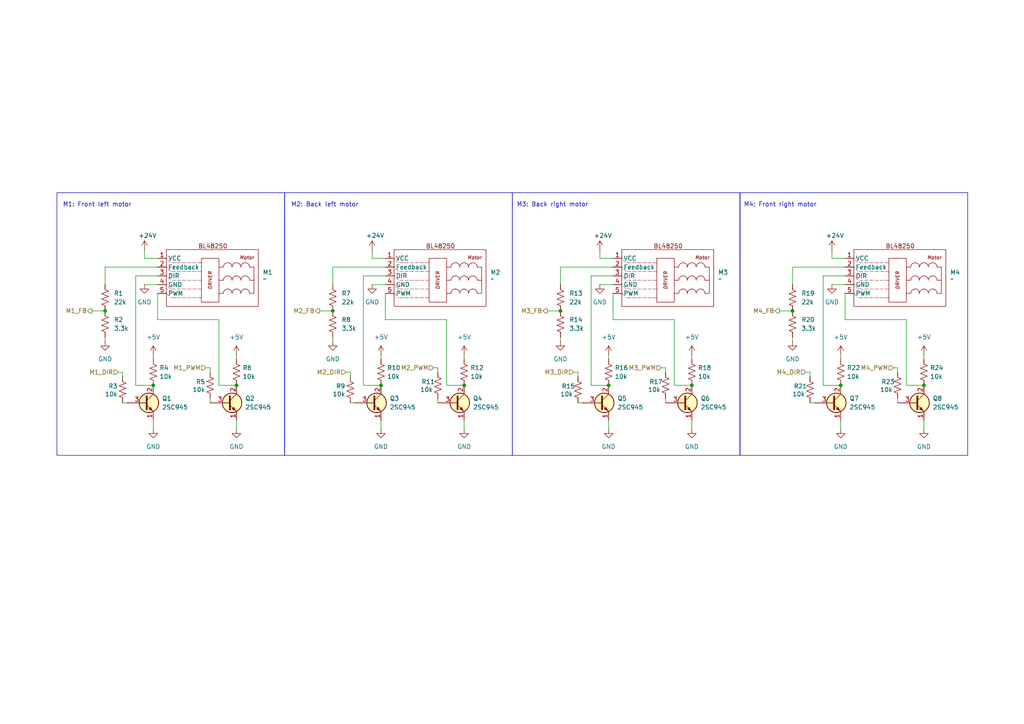
<source format=kicad_sch>
(kicad_sch (version 20250114) (generator "eeschema") (generator_version "9.0")
  (paper "A4")
  (title_block (title "SSL main board") (date "2025-04-28") (rev "V01") (comment 1 "https://creativecommons.org/licenses/by/4.0/") (comment 2 "License: CC BY 4.0 ") (comment 3 "Author: Oxebots Team"))
  (lib_symbols
    (symbol "BL48250:BL48250"
      (property "Reference" "M" (at -11.938 10.922 0))
      (symbol "BL48250_0_1"
        (rectangle (start -12.7 8.89) (end 13.97 -7.62))
        (polyline (pts (xy -12.7 3.81) (xy -12.7 3.81)))
        (polyline (pts (xy -12.7 -3.81) (xy -11.43 -5.08)) (stroke (width 0.1) (type dash)))
        (polyline (pts (xy -11.43 2.54) (xy -12.7 3.81)) (stroke (width 0.1) (type dash)))
        (polyline (pts (xy -11.43 -2.54) (xy -12.7 -1.27)) (stroke (width 0.1) (type dash)))
        (rectangle (start -2.54 6.35) (end 2.54 -6.35))
        (polyline (pts (xy -2.54 5.08) (xy -11.43 5.08) (xy -12.7 6.35)) (stroke (width 0.1) (type dash)))
        (polyline (pts (xy -2.54 2.54) (xy -11.43 2.54)) (stroke (width 0.1) (type dash)))
        (polyline (pts (xy -2.54 0) (xy -11.43 0) (xy -12.7 1.27)) (stroke (width 0.1) (type dash)))
        (polyline (pts (xy -2.54 -2.54) (xy -11.43 -2.54)) (stroke (width 0.1) (type dash)))
        (polyline (pts (xy -2.54 -5.08) (xy -11.43 -5.08)) (stroke (width 0.1) (type dash)))
        (polyline (pts (xy 2.54 3.81) (xy 3.81 3.81)))
        (polyline (pts (xy 2.54 0) (xy 3.81 0)))
        (polyline (pts (xy 2.54 -3.81) (xy 3.81 -3.81)))
        (polyline (pts (xy 3.81 3.81) (xy 3.81 3.81)))
        (polyline (pts (xy 3.81 0) (xy 3.81 0)))
        (polyline (pts (xy 3.81 -3.81) (xy 3.81 -3.81)))
        (arc (start 3.81 3.81) (mid 4.182 4.708) (end 5.08 5.08))
        (arc (start 5.08 5.08) (mid 5.978 4.708) (end 6.35 3.81))
        (arc (start 3.81 0) (mid 4.182 0.898) (end 5.08 1.27))
        (arc (start 5.08 1.27) (mid 5.978 0.898) (end 6.35 0))
        (arc (start 3.81 -3.81) (mid 4.182 -2.912) (end 5.08 -2.54))
        (arc (start 5.08 -2.54) (mid 5.978 -2.912) (end 6.35 -3.81))
        (arc (start 6.35 3.81) (mid 6.722 4.708) (end 7.62 5.08))
        (arc (start 7.62 5.08) (mid 8.518 4.708) (end 8.89 3.81))
        (arc (start 6.35 0) (mid 6.722 0.898) (end 7.62 1.27))
        (arc (start 7.62 1.27) (mid 8.518 0.898) (end 8.89 0))
        (arc (start 6.35 -3.81) (mid 6.722 -2.912) (end 7.62 -2.54))
        (arc (start 7.62 -2.54) (mid 8.518 -2.912) (end 8.89 -3.81))
        (arc (start 8.89 3.81) (mid 9.262 4.708) (end 10.16 5.08))
        (arc (start 10.16 5.08) (mid 11.058 4.708) (end 11.43 3.81))
        (arc (start 8.89 0) (mid 9.262 0.898) (end 10.16 1.27))
        (arc (start 10.16 1.27) (mid 11.058 0.898) (end 11.43 0))
        (arc (start 8.89 -3.81) (mid 9.262 -2.912) (end 10.16 -2.54))
        (arc (start 10.16 -2.54) (mid 11.058 -2.912) (end 11.43 -3.81))
        (polyline (pts (xy 11.43 3.81) (xy 12.7 3.81)))
        (polyline (pts (xy 11.43 0) (xy 12.7 0)))
        (polyline (pts (xy 11.43 -3.81) (xy 12.7 -3.81)))
        (polyline (pts (xy 12.7 3.81) (xy 12.7 3.81)))
        (polyline (pts (xy 12.7 0) (xy 12.7 3.81)))
        (polyline (pts (xy 12.7 0) (xy 12.7 -3.81)))
      )
      (symbol "BL48250_1_1"
        (text "DRIVER" (at 0 0 900) (effects (font (size 1 1) (italic yes))))
        (text "BL48250" (at 0.762 9.906 0) (effects (font (size 1.27 1.27))))
        (text "Motor\n" (at 10.668 6.604 0) (effects (font (size 1 1) (italic yes))))
        (pin power_in line (at -15.24 6.35 0) (length 2.54) (name "VCC") (number "1"))
        (pin output line (at -15.24 3.81 0) (length 2.54) (name "Feedback") (number "2"))
        (pin input line (at -15.24 1.27 0) (length 2.54) (name "DIR") (number "3"))
        (pin power_in line (at -15.24 -1.27 0) (length 2.54) (name "GND") (number "4"))
        (pin input line (at -15.24 -3.81 0) (length 2.54) (name "PWM") (number "5"))
      )
    )
    (symbol "Device:R_US" (pin_numbers (hide yes)) (pin_names (offset 0))
      (property "Reference" "R" (at 2.54 0 90))
      (property "Value" "R_US" (at -2.54 0 90))
      (symbol "R_US_0_1"
        (polyline (pts (xy 0 2.286) (xy 0 2.54)))
        (polyline (pts (xy 0 2.286) (xy 1.016 1.905) (xy 0 1.524) (xy -1.016 1.143) (xy 0 0.762)))
        (polyline (pts (xy 0 0.762) (xy 1.016 0.381) (xy 0 0) (xy -1.016 -0.381) (xy 0 -0.762)))
        (polyline (pts (xy 0 -0.762) (xy 1.016 -1.143) (xy 0 -1.524) (xy -1.016 -1.905) (xy 0 -2.286)))
        (polyline (pts (xy 0 -2.286) (xy 0 -2.54)))
      )
      (symbol "R_US_1_1"
        (pin passive line (at 0 3.81 270) (length 1.27) (name "~") (number "1"))
        (pin passive line (at 0 -3.81 90) (length 1.27) (name "~") (number "2"))
      )
    )
    (symbol "PCM_Transistor_BJT_AKL:2SC945" (pin_names (hide yes))
      (property "Reference" "Q" (at 5.08 1.27 0))
      (property "Value" "2SC945" (at 5.08 -1.27 0))
      (symbol "2SC945_0_1"
        (polyline (pts (xy 0.635 1.905) (xy 0.635 -1.905) (xy 0.635 -1.905)) (stroke (width 0.508)))
        (polyline (pts (xy 0.635 0.635) (xy 2.54 2.54)))
        (polyline (pts (xy 0.635 -0.635) (xy 2.54 -2.54) (xy 2.54 -2.54)))
        (circle (center 1.27 0) (radius 2.8194) (stroke (width 0.254)) (fill (type background)))
        (polyline (pts (xy 1.27 -1.778) (xy 1.778 -1.27) (xy 2.286 -2.286) (xy 1.27 -1.778) (xy 1.27 -1.778)) (fill (type outline)))
      )
      (symbol "2SC945_1_1"
        (pin passive line (at -5.08 0 0) (length 5.715) (name "B") (number "3"))
        (pin passive line (at 2.54 5.08 270) (length 2.54) (name "C") (number "2"))
        (pin passive line (at 2.54 -5.08 90) (length 2.54) (name "E") (number "1"))
      )
    )
    (symbol "power:GND" (power) (pin_numbers (hide yes)) (pin_names (offset 0) (hide yes))
      (property "Value" "GND" (at 0 -3.81 0))
      (symbol "GND_0_1"
        (polyline (pts (xy 0 0) (xy 0 -1.27) (xy 1.27 -1.27) (xy 0 -2.54) (xy -1.27 -1.27) (xy 0 -1.27)))
      )
      (symbol "GND_1_1"
        (pin power_in line (at 0 0 270) (length 0) (name "~") (number "1"))
      )
    )
    (symbol "power:VCC" (power) (pin_numbers (hide yes)) (pin_names (offset 0) (hide yes))
      (property "Value" "VCC" (at 0 3.556 0))
      (symbol "VCC_0_1"
        (polyline (pts (xy -0.762 1.27) (xy 0 2.54)))
        (polyline (pts (xy 0 2.54) (xy 0.762 1.27)))
        (polyline (pts (xy 0 0) (xy 0 2.54)))
      )
      (symbol "VCC_1_1"
        (pin power_in line (at 0 0 90) (length 0) (name "~") (number "1"))
      )
    )
  )
  (rectangle (start 214.63 55.88) (end 280.67 132.08))
  (rectangle (start 148.59 55.88) (end 214.63 132.08))
  (rectangle (start 16.51 55.88) (end 82.55 132.08))
  (rectangle (start 82.55 55.88) (end 148.59 132.08))
  (text "M4: Front right motor" (at 226.314 59.436 0) (effects (font (size 1.27 1.27))))
  (text "M2: Back left motor" (at 94.234 59.436 0) (effects (font (size 1.27 1.27))))
  (text "M3: Back right motor" (at 160.274 59.436 0) (effects (font (size 1.27 1.27))))
  (text "M1: Front left motor" (at 28.194 59.436 0) (effects (font (size 1.27 1.27))))
  (junction (at 44.45 111.76))
  (junction (at 176.53 111.76))
  (junction (at 229.87 90.17))
  (junction (at 267.97 111.76))
  (junction (at 68.58 111.76))
  (junction (at 30.48 90.17))
  (junction (at 96.52 90.17))
  (junction (at 134.62 111.76))
  (junction (at 200.66 111.76))
  (junction (at 243.84 111.76))
  (junction (at 110.49 111.76))
  (junction (at 162.56 90.17))
  (wire (pts (xy 110.49 121.92) (xy 110.49 124.46)))
  (wire (pts (xy 243.84 102.87) (xy 243.84 104.14)))
  (wire (pts (xy 167.64 116.84) (xy 168.91 116.84)))
  (wire (pts (xy 107.95 82.55) (xy 111.76 82.55)))
  (wire (pts (xy 134.62 111.76) (xy 129.54 111.76)))
  (wire (pts (xy 134.62 121.92) (xy 134.62 124.46)))
  (wire (pts (xy 245.11 92.71) (xy 262.89 92.71)))
  (wire (pts (xy 238.76 80.01) (xy 245.11 80.01)))
  (wire (pts (xy 241.3 74.93) (xy 245.11 74.93)))
  (wire (pts (xy 191.77 106.68) (xy 193.04 106.68)))
  (wire (pts (xy 243.84 121.92) (xy 243.84 124.46)))
  (wire (pts (xy 267.97 111.76) (xy 262.89 111.76)))
  (wire (pts (xy 241.3 72.39) (xy 241.3 74.93)))
  (wire (pts (xy 167.64 107.95) (xy 167.64 109.22)))
  (wire (pts (xy 63.5 92.71) (xy 63.5 111.76)))
  (wire (pts (xy 30.48 77.47) (xy 45.72 77.47)))
  (wire (pts (xy 176.53 111.76) (xy 171.45 111.76)))
  (wire (pts (xy 45.72 92.71) (xy 63.5 92.71)))
  (wire (pts (xy 92.71 90.17) (xy 96.52 90.17)))
  (wire (pts (xy 200.66 111.76) (xy 195.58 111.76)))
  (wire (pts (xy 96.52 97.79) (xy 96.52 99.06)))
  (wire (pts (xy 162.56 77.47) (xy 177.8 77.47)))
  (wire (pts (xy 127 106.68) (xy 127 107.95)))
  (wire (pts (xy 262.89 92.71) (xy 262.89 111.76)))
  (wire (pts (xy 101.6 107.95) (xy 101.6 109.22)))
  (wire (pts (xy 30.48 82.55) (xy 30.48 77.47)))
  (wire (pts (xy 173.99 74.93) (xy 177.8 74.93)))
  (wire (pts (xy 26.67 90.17) (xy 30.48 90.17)))
  (wire (pts (xy 229.87 97.79) (xy 229.87 99.06)))
  (wire (pts (xy 193.04 106.68) (xy 193.04 107.95)))
  (wire (pts (xy 267.97 102.87) (xy 267.97 104.14)))
  (wire (pts (xy 233.68 107.95) (xy 234.95 107.95)))
  (wire (pts (xy 101.6 116.84) (xy 102.87 116.84)))
  (wire (pts (xy 60.96 106.68) (xy 60.96 107.95)))
  (wire (pts (xy 125.73 106.68) (xy 127 106.68)))
  (wire (pts (xy 127 115.57) (xy 127 116.84)))
  (wire (pts (xy 68.58 111.76) (xy 63.5 111.76)))
  (wire (pts (xy 100.33 107.95) (xy 101.6 107.95)))
  (wire (pts (xy 259.08 106.68) (xy 260.35 106.68)))
  (wire (pts (xy 39.37 111.76) (xy 39.37 80.01)))
  (wire (pts (xy 107.95 72.39) (xy 107.95 74.93)))
  (wire (pts (xy 68.58 102.87) (xy 68.58 104.14)))
  (wire (pts (xy 229.87 77.47) (xy 245.11 77.47)))
  (wire (pts (xy 129.54 92.71) (xy 129.54 111.76)))
  (wire (pts (xy 166.37 107.95) (xy 167.64 107.95)))
  (wire (pts (xy 110.49 111.76) (xy 105.41 111.76)))
  (wire (pts (xy 162.56 82.55) (xy 162.56 77.47)))
  (wire (pts (xy 241.3 82.55) (xy 245.11 82.55)))
  (wire (pts (xy 158.75 90.17) (xy 162.56 90.17)))
  (wire (pts (xy 260.35 115.57) (xy 260.35 116.84)))
  (wire (pts (xy 60.96 115.57) (xy 60.96 116.84)))
  (wire (pts (xy 245.11 85.09) (xy 245.11 92.71)))
  (wire (pts (xy 96.52 82.55) (xy 96.52 77.47)))
  (wire (pts (xy 267.97 121.92) (xy 267.97 124.46)))
  (wire (pts (xy 171.45 111.76) (xy 171.45 80.01)))
  (wire (pts (xy 176.53 121.92) (xy 176.53 124.46)))
  (wire (pts (xy 173.99 82.55) (xy 177.8 82.55)))
  (wire (pts (xy 243.84 111.76) (xy 238.76 111.76)))
  (wire (pts (xy 107.95 74.93) (xy 111.76 74.93)))
  (wire (pts (xy 110.49 102.87) (xy 110.49 104.14)))
  (wire (pts (xy 177.8 92.71) (xy 195.58 92.71)))
  (wire (pts (xy 105.41 80.01) (xy 111.76 80.01)))
  (wire (pts (xy 193.04 115.57) (xy 193.04 116.84)))
  (wire (pts (xy 176.53 102.87) (xy 176.53 104.14)))
  (wire (pts (xy 260.35 106.68) (xy 260.35 107.95)))
  (wire (pts (xy 105.41 111.76) (xy 105.41 80.01)))
  (wire (pts (xy 44.45 111.76) (xy 39.37 111.76)))
  (wire (pts (xy 35.56 107.95) (xy 35.56 109.22)))
  (wire (pts (xy 200.66 102.87) (xy 200.66 104.14)))
  (wire (pts (xy 45.72 85.09) (xy 45.72 92.71)))
  (wire (pts (xy 234.95 116.84) (xy 236.22 116.84)))
  (wire (pts (xy 41.91 82.55) (xy 45.72 82.55)))
  (wire (pts (xy 238.76 111.76) (xy 238.76 80.01)))
  (wire (pts (xy 41.91 72.39) (xy 41.91 74.93)))
  (wire (pts (xy 171.45 80.01) (xy 177.8 80.01)))
  (wire (pts (xy 195.58 92.71) (xy 195.58 111.76)))
  (wire (pts (xy 44.45 121.92) (xy 44.45 124.46)))
  (wire (pts (xy 229.87 82.55) (xy 229.87 77.47)))
  (wire (pts (xy 30.48 97.79) (xy 30.48 99.06)))
  (wire (pts (xy 59.69 106.68) (xy 60.96 106.68)))
  (wire (pts (xy 35.56 116.84) (xy 36.83 116.84)))
  (wire (pts (xy 96.52 77.47) (xy 111.76 77.47)))
  (wire (pts (xy 41.91 74.93) (xy 45.72 74.93)))
  (wire (pts (xy 200.66 121.92) (xy 200.66 124.46)))
  (wire (pts (xy 177.8 85.09) (xy 177.8 92.71)))
  (wire (pts (xy 173.99 72.39) (xy 173.99 74.93)))
  (wire (pts (xy 39.37 80.01) (xy 45.72 80.01)))
  (wire (pts (xy 111.76 92.71) (xy 129.54 92.71)))
  (wire (pts (xy 68.58 121.92) (xy 68.58 124.46)))
  (wire (pts (xy 111.76 85.09) (xy 111.76 92.71)))
  (wire (pts (xy 234.95 107.95) (xy 234.95 109.22)))
  (wire (pts (xy 134.62 102.87) (xy 134.62 104.14)))
  (wire (pts (xy 162.56 97.79) (xy 162.56 99.06)))
  (wire (pts (xy 34.29 107.95) (xy 35.56 107.95)))
  (wire (pts (xy 44.45 102.87) (xy 44.45 104.14)))
  (wire (pts (xy 226.06 90.17) (xy 229.87 90.17)))
  (hierarchical_label "M4_PWM" (shape input) (at 259.08 106.68 180))
  (hierarchical_label "M1_DIR" (shape input) (at 34.29 107.95 180))
  (hierarchical_label "M3_PWM" (shape input) (at 191.77 106.68 180))
  (hierarchical_label "M3_FB" (shape output) (at 158.75 90.17 180))
  (hierarchical_label "M2_DIR" (shape input) (at 100.33 107.95 180))
  (hierarchical_label "M1_PWM" (shape input) (at 59.69 106.68 180))
  (hierarchical_label "M2_FB" (shape output) (at 92.71 90.17 180))
  (hierarchical_label "M4_FB" (shape output) (at 226.06 90.17 180))
  (hierarchical_label "M3_DIR" (shape input) (at 166.37 107.95 180))
  (hierarchical_label "M2_PWM" (shape input) (at 125.73 106.68 180))
  (hierarchical_label "M1_FB" (shape output) (at 26.67 90.17 180))
  (hierarchical_label "M4_DIR" (shape input) (at 233.68 107.95 180))
  (symbol (lib_id "power:GND") (at 41.91 82.55 0) (unit 1)
    (property "Reference" "#PWR05" (effects (hide yes)))
    (property "Value" "GND" (at 41.91 87.63 0))
    (property "Description" "Power symbol creates a global label with name \"GND\" , ground" (effects (hide yes)))
  )
  (symbol (lib_id "Device:R_US") (at 229.87 93.98 0) (unit 1)
    (property "Reference" "R20" (at 232.41 92.7099 0) (effects (justify left)))
    (property "Value" "3.3k" (at 232.41 95.2499 0) (effects (justify left)))
    (property "Footprint" "PCM_Resistor_THT_AKL:R_Axial_DIN0207_L6.3mm_D2.5mm_P7.62mm_Horizontal" (effects (hide yes)))
    (property "Description" "Resistor, US symbol" (effects (hide yes)))
  )
  (symbol (lib_id "Device:R_US") (at 176.53 107.95 180) (unit 1)
    (property "Reference" "R16" (at 178.308 106.68 0) (effects (justify right)))
    (property "Value" "10k" (at 178.308 109.22 0) (effects (justify right)))
    (property "Footprint" "PCM_Resistor_THT_AKL:R_Axial_DIN0207_L6.3mm_D2.5mm_P7.62mm_Horizontal" (effects (hide yes)))
    (property "Description" "Resistor, US symbol" (effects (hide yes)))
  )
  (symbol (lib_id "power:GND") (at 173.99 82.55 0) (unit 1)
    (property "Reference" "#PWR019" (effects (hide yes)))
    (property "Value" "GND" (at 173.99 87.63 0))
    (property "Description" "Power symbol creates a global label with name \"GND\" , ground" (effects (hide yes)))
  )
  (symbol (lib_id "Device:R_US") (at 229.87 86.36 0) (unit 1)
    (property "Reference" "R19" (at 232.41 85.0899 0) (effects (justify left)))
    (property "Value" "22k" (at 232.41 87.6299 0) (effects (justify left)))
    (property "Footprint" "PCM_Resistor_THT_AKL:R_Axial_DIN0207_L6.3mm_D2.5mm_P7.62mm_Horizontal" (effects (hide yes)))
    (property "Description" "Resistor, US symbol" (effects (hide yes)))
  )
  (symbol (lib_id "power:GND") (at 44.45 124.46 0) (unit 1)
    (property "Reference" "#PWR07" (effects (hide yes)))
    (property "Value" "GND" (at 44.45 129.54 0))
    (property "Description" "Power symbol creates a global label with name \"GND\" , ground" (effects (hide yes)))
  )
  (symbol (lib_id "PCM_Transistor_BJT_AKL:2SC945") (at 66.04 116.84 0) (unit 1)
    (property "Reference" "Q2" (at 71.12 115.5699 0) (effects (justify left)))
    (property "Value" "2SC945" (at 71.12 118.1099 0) (effects (justify left)))
    (property "Footprint" "PCM_Package_TO_SOT_THT_AKL:TO-92_Inline_Wide_ECB" (effects (hide yes)))
    (property "Datasheet" "http://www.unisonic.com.tw/datasheet/2SC945.pdf" (effects (hide yes)))
    (property "Description" "NPN TO-92 transistor, 50V, 150mA, 750mW, Alternate KiCAD Library" (effects (hide yes)))
  )
  (symbol (lib_id "Device:R_US") (at 96.52 86.36 0) (unit 1)
    (property "Reference" "R7" (at 99.06 85.0899 0) (effects (justify left)))
    (property "Value" "22k" (at 99.06 87.6299 0) (effects (justify left)))
    (property "Footprint" "PCM_Resistor_THT_AKL:R_Axial_DIN0207_L6.3mm_D2.5mm_P7.62mm_Horizontal" (effects (hide yes)))
    (property "Description" "Resistor, US symbol" (effects (hide yes)))
  )
  (symbol (lib_id "power:VCC") (at 44.45 102.87 0) (unit 1)
    (property "Reference" "#PWR06" (effects (hide yes)))
    (property "Value" "+5V" (at 44.45 97.79 0))
    (property "Description" "Power symbol creates a global label with name \"VCC\"" (effects (hide yes)))
  )
  (symbol (lib_id "Device:R_US") (at 44.45 107.95 180) (unit 1)
    (property "Reference" "R4" (at 46.228 106.68 0) (effects (justify right)))
    (property "Value" "10k" (at 46.228 109.22 0) (effects (justify right)))
    (property "Footprint" "PCM_Resistor_THT_AKL:R_Axial_DIN0207_L6.3mm_D2.5mm_P7.62mm_Horizontal" (effects (hide yes)))
    (property "Description" "Resistor, US symbol" (effects (hide yes)))
  )
  (symbol (lib_id "Device:R_US") (at 260.35 111.76 0) (unit 1)
    (property "Reference" "R23" (at 257.556 110.744 0))
    (property "Value" "10k" (at 257.048 113.03 0))
    (property "Footprint" "PCM_Resistor_THT_AKL:R_Axial_DIN0207_L6.3mm_D2.5mm_P7.62mm_Horizontal" (effects (hide yes)))
    (property "Description" "Resistor, US symbol" (effects (hide yes)))
  )
  (symbol (lib_id "BL48250:BL48250") (at 127 81.28 0) (unit 1)
    (property "Reference" "M2" (at 142.24 78.9911 0) (effects (justify left)))
    (property "Value" "~" (at 142.24 80.8962 0) (effects (justify left)))
    (property "Footprint" "Oxebots Footprints:JST_B5B-XH-A" (effects (hide yes)))
  )
  (symbol (lib_id "Device:R_US") (at 234.95 113.03 0) (unit 1)
    (property "Reference" "R21" (at 232.156 112.014 0))
    (property "Value" "10k" (at 231.648 114.3 0))
    (property "Footprint" "PCM_Resistor_THT_AKL:R_Axial_DIN0207_L6.3mm_D2.5mm_P7.62mm_Horizontal" (effects (hide yes)))
    (property "Description" "Resistor, US symbol" (effects (hide yes)))
  )
  (symbol (lib_id "Device:R_US") (at 162.56 93.98 0) (unit 1)
    (property "Reference" "R14" (at 165.1 92.7099 0) (effects (justify left)))
    (property "Value" "3.3k" (at 165.1 95.2499 0) (effects (justify left)))
    (property "Footprint" "PCM_Resistor_THT_AKL:R_Axial_DIN0207_L6.3mm_D2.5mm_P7.62mm_Horizontal" (effects (hide yes)))
    (property "Description" "Resistor, US symbol" (effects (hide yes)))
  )
  (symbol (lib_id "power:GND") (at 200.66 124.46 0) (unit 1)
    (property "Reference" "#PWR023" (effects (hide yes)))
    (property "Value" "GND" (at 200.66 129.54 0))
    (property "Description" "Power symbol creates a global label with name \"GND\" , ground" (effects (hide yes)))
  )
  (symbol (lib_id "Device:R_US") (at 101.6 113.03 0) (unit 1)
    (property "Reference" "R9" (at 98.806 112.014 0))
    (property "Value" "10k" (at 98.298 114.3 0))
    (property "Footprint" "PCM_Resistor_THT_AKL:R_Axial_DIN0207_L6.3mm_D2.5mm_P7.62mm_Horizontal" (effects (hide yes)))
    (property "Description" "Resistor, US symbol" (effects (hide yes)))
  )
  (symbol (lib_id "power:GND") (at 241.3 82.55 0) (unit 1)
    (property "Reference" "#PWR026" (effects (hide yes)))
    (property "Value" "GND" (at 241.3 87.63 0))
    (property "Description" "Power symbol creates a global label with name \"GND\" , ground" (effects (hide yes)))
  )
  (symbol (lib_id "power:GND") (at 30.48 99.06 0) (unit 1)
    (property "Reference" "#PWR03" (effects (hide yes)))
    (property "Value" "GND" (at 30.48 104.14 0))
    (property "Description" "Power symbol creates a global label with name \"GND\" , ground" (effects (hide yes)))
  )
  (symbol (lib_id "power:GND") (at 243.84 124.46 0) (unit 1)
    (property "Reference" "#PWR028" (effects (hide yes)))
    (property "Value" "GND" (at 243.84 129.54 0))
    (property "Description" "Power symbol creates a global label with name \"GND\" , ground" (effects (hide yes)))
  )
  (symbol (lib_id "power:GND") (at 134.62 124.46 0) (unit 1)
    (property "Reference" "#PWR016" (effects (hide yes)))
    (property "Value" "GND" (at 134.62 129.54 0))
    (property "Description" "Power symbol creates a global label with name \"GND\" , ground" (effects (hide yes)))
  )
  (symbol (lib_id "power:VCC") (at 41.91 72.39 0) (unit 1)
    (property "Reference" "#PWR04" (effects (hide yes)))
    (property "Value" "+24V" (at 40.132 68.326 0) (effects (justify left)))
    (property "Description" "Power symbol creates a global label with name \"VCC\"" (effects (hide yes)))
  )
  (symbol (lib_id "PCM_Transistor_BJT_AKL:2SC945") (at 107.95 116.84 0) (unit 1)
    (property "Reference" "Q3" (at 113.03 115.5699 0) (effects (justify left)))
    (property "Value" "2SC945" (at 113.03 118.1099 0) (effects (justify left)))
    (property "Footprint" "PCM_Package_TO_SOT_THT_AKL:TO-92_Inline_Wide_ECB" (effects (hide yes)))
    (property "Datasheet" "http://www.unisonic.com.tw/datasheet/2SC945.pdf" (effects (hide yes)))
    (property "Description" "NPN TO-92 transistor, 50V, 150mA, 750mW, Alternate KiCAD Library" (effects (hide yes)))
  )
  (symbol (lib_id "power:VCC") (at 173.99 72.39 0) (unit 1)
    (property "Reference" "#PWR018" (effects (hide yes)))
    (property "Value" "+24V" (at 172.212 68.326 0) (effects (justify left)))
    (property "Description" "Power symbol creates a global label with name \"VCC\"" (effects (hide yes)))
  )
  (symbol (lib_id "PCM_Transistor_BJT_AKL:2SC945") (at 173.99 116.84 0) (unit 1)
    (property "Reference" "Q5" (at 179.07 115.5699 0) (effects (justify left)))
    (property "Value" "2SC945" (at 179.07 118.1099 0) (effects (justify left)))
    (property "Footprint" "PCM_Package_TO_SOT_THT_AKL:TO-92_Inline_Wide_ECB" (effects (hide yes)))
    (property "Datasheet" "http://www.unisonic.com.tw/datasheet/2SC945.pdf" (effects (hide yes)))
    (property "Description" "NPN TO-92 transistor, 50V, 150mA, 750mW, Alternate KiCAD Library" (effects (hide yes)))
  )
  (symbol (lib_id "Device:R_US") (at 193.04 111.76 0) (unit 1)
    (property "Reference" "R17" (at 190.246 110.744 0))
    (property "Value" "10k" (at 189.738 113.03 0))
    (property "Footprint" "PCM_Resistor_THT_AKL:R_Axial_DIN0207_L6.3mm_D2.5mm_P7.62mm_Horizontal" (effects (hide yes)))
    (property "Description" "Resistor, US symbol" (effects (hide yes)))
  )
  (symbol (lib_id "Device:R_US") (at 167.64 113.03 0) (unit 1)
    (property "Reference" "R15" (at 164.846 112.014 0))
    (property "Value" "10k" (at 164.338 114.3 0))
    (property "Footprint" "PCM_Resistor_THT_AKL:R_Axial_DIN0207_L6.3mm_D2.5mm_P7.62mm_Horizontal" (effects (hide yes)))
    (property "Description" "Resistor, US symbol" (effects (hide yes)))
  )
  (symbol (lib_id "power:VCC") (at 110.49 102.87 0) (unit 1)
    (property "Reference" "#PWR013" (effects (hide yes)))
    (property "Value" "+5V" (at 110.49 97.79 0))
    (property "Description" "Power symbol creates a global label with name \"VCC\"" (effects (hide yes)))
  )
  (symbol (lib_id "Device:R_US") (at 267.97 107.95 180) (unit 1)
    (property "Reference" "R24" (at 269.748 106.68 0) (effects (justify right)))
    (property "Value" "10k" (at 269.748 109.22 0) (effects (justify right)))
    (property "Footprint" "PCM_Resistor_THT_AKL:R_Axial_DIN0207_L6.3mm_D2.5mm_P7.62mm_Horizontal" (effects (hide yes)))
    (property "Description" "Resistor, US symbol" (effects (hide yes)))
  )
  (symbol (lib_id "Device:R_US") (at 110.49 107.95 180) (unit 1)
    (property "Reference" "R10" (at 112.268 106.68 0) (effects (justify right)))
    (property "Value" "10k" (at 112.268 109.22 0) (effects (justify right)))
    (property "Footprint" "PCM_Resistor_THT_AKL:R_Axial_DIN0207_L6.3mm_D2.5mm_P7.62mm_Horizontal" (effects (hide yes)))
    (property "Description" "Resistor, US symbol" (effects (hide yes)))
  )
  (symbol (lib_id "PCM_Transistor_BJT_AKL:2SC945") (at 265.43 116.84 0) (unit 1)
    (property "Reference" "Q8" (at 270.51 115.5699 0) (effects (justify left)))
    (property "Value" "2SC945" (at 270.51 118.1099 0) (effects (justify left)))
    (property "Footprint" "PCM_Package_TO_SOT_THT_AKL:TO-92_Inline_Wide_ECB" (effects (hide yes)))
    (property "Datasheet" "http://www.unisonic.com.tw/datasheet/2SC945.pdf" (effects (hide yes)))
    (property "Description" "NPN TO-92 transistor, 50V, 150mA, 750mW, Alternate KiCAD Library" (effects (hide yes)))
  )
  (symbol (lib_id "BL48250:BL48250") (at 193.04 81.28 0) (unit 1)
    (property "Reference" "M3" (at 208.28 78.9911 0) (effects (justify left)))
    (property "Value" "~" (at 208.28 80.8962 0) (effects (justify left)))
    (property "Footprint" "Oxebots Footprints:JST_B5B-XH-A" (effects (hide yes)))
  )
  (symbol (lib_id "power:GND") (at 176.53 124.46 0) (unit 1)
    (property "Reference" "#PWR021" (effects (hide yes)))
    (property "Value" "GND" (at 176.53 129.54 0))
    (property "Description" "Power symbol creates a global label with name \"GND\" , ground" (effects (hide yes)))
  )
  (symbol (lib_id "power:GND") (at 162.56 99.06 0) (unit 1)
    (property "Reference" "#PWR017" (effects (hide yes)))
    (property "Value" "GND" (at 162.56 104.14 0))
    (property "Description" "Power symbol creates a global label with name \"GND\" , ground" (effects (hide yes)))
  )
  (symbol (lib_id "power:VCC") (at 134.62 102.87 0) (unit 1)
    (property "Reference" "#PWR015" (effects (hide yes)))
    (property "Value" "+5V" (at 134.62 97.79 0))
    (property "Description" "Power symbol creates a global label with name \"VCC\"" (effects (hide yes)))
  )
  (symbol (lib_id "Device:R_US") (at 134.62 107.95 180) (unit 1)
    (property "Reference" "R12" (at 136.398 106.68 0) (effects (justify right)))
    (property "Value" "10k" (at 136.398 109.22 0) (effects (justify right)))
    (property "Footprint" "PCM_Resistor_THT_AKL:R_Axial_DIN0207_L6.3mm_D2.5mm_P7.62mm_Horizontal" (effects (hide yes)))
    (property "Description" "Resistor, US symbol" (effects (hide yes)))
  )
  (symbol (lib_id "Device:R_US") (at 30.48 86.36 0) (unit 1)
    (property "Reference" "R1" (at 33.02 85.0899 0) (effects (justify left)))
    (property "Value" "22k" (at 33.02 87.6299 0) (effects (justify left)))
    (property "Footprint" "PCM_Resistor_THT_AKL:R_Axial_DIN0207_L6.3mm_D2.5mm_P7.62mm_Horizontal" (effects (hide yes)))
    (property "Description" "Resistor, US symbol" (effects (hide yes)))
  )
  (symbol (lib_id "power:GND") (at 68.58 124.46 0) (unit 1)
    (property "Reference" "#PWR09" (effects (hide yes)))
    (property "Value" "GND" (at 68.58 129.54 0))
    (property "Description" "Power symbol creates a global label with name \"GND\" , ground" (effects (hide yes)))
  )
  (symbol (lib_id "power:VCC") (at 200.66 102.87 0) (unit 1)
    (property "Reference" "#PWR022" (effects (hide yes)))
    (property "Value" "+5V" (at 200.66 97.79 0))
    (property "Description" "Power symbol creates a global label with name \"VCC\"" (effects (hide yes)))
  )
  (symbol (lib_id "power:GND") (at 229.87 99.06 0) (unit 1)
    (property "Reference" "#PWR024" (effects (hide yes)))
    (property "Value" "GND" (at 229.87 104.14 0))
    (property "Description" "Power symbol creates a global label with name \"GND\" , ground" (effects (hide yes)))
  )
  (symbol (lib_id "Device:R_US") (at 127 111.76 0) (unit 1)
    (property "Reference" "R11" (at 124.206 110.744 0))
    (property "Value" "10k" (at 123.698 113.03 0))
    (property "Footprint" "PCM_Resistor_THT_AKL:R_Axial_DIN0207_L6.3mm_D2.5mm_P7.62mm_Horizontal" (effects (hide yes)))
    (property "Description" "Resistor, US symbol" (effects (hide yes)))
  )
  (symbol (lib_id "Device:R_US") (at 162.56 86.36 0) (unit 1)
    (property "Reference" "R13" (at 165.1 85.0899 0) (effects (justify left)))
    (property "Value" "22k" (at 165.1 87.6299 0) (effects (justify left)))
    (property "Footprint" "PCM_Resistor_THT_AKL:R_Axial_DIN0207_L6.3mm_D2.5mm_P7.62mm_Horizontal" (effects (hide yes)))
    (property "Description" "Resistor, US symbol" (effects (hide yes)))
  )
  (symbol (lib_id "PCM_Transistor_BJT_AKL:2SC945") (at 241.3 116.84 0) (unit 1)
    (property "Reference" "Q7" (at 246.38 115.5699 0) (effects (justify left)))
    (property "Value" "2SC945" (at 246.38 118.1099 0) (effects (justify left)))
    (property "Footprint" "PCM_Package_TO_SOT_THT_AKL:TO-92_Inline_Wide_ECB" (effects (hide yes)))
    (property "Datasheet" "http://www.unisonic.com.tw/datasheet/2SC945.pdf" (effects (hide yes)))
    (property "Description" "NPN TO-92 transistor, 50V, 150mA, 750mW, Alternate KiCAD Library" (effects (hide yes)))
  )
  (symbol (lib_id "Device:R_US") (at 243.84 107.95 180) (unit 1)
    (property "Reference" "R22" (at 245.618 106.68 0) (effects (justify right)))
    (property "Value" "10k" (at 245.618 109.22 0) (effects (justify right)))
    (property "Footprint" "PCM_Resistor_THT_AKL:R_Axial_DIN0207_L6.3mm_D2.5mm_P7.62mm_Horizontal" (effects (hide yes)))
    (property "Description" "Resistor, US symbol" (effects (hide yes)))
  )
  (symbol (lib_id "BL48250:BL48250") (at 260.35 81.28 0) (unit 1)
    (property "Reference" "M4" (at 275.59 78.9911 0) (effects (justify left)))
    (property "Value" "~" (at 275.59 80.8962 0) (effects (justify left)))
    (property "Footprint" "Oxebots Footprints:JST_B5B-XH-A" (effects (hide yes)))
  )
  (symbol (lib_id "Device:R_US") (at 30.48 93.98 0) (unit 1)
    (property "Reference" "R2" (at 33.02 92.7099 0) (effects (justify left)))
    (property "Value" "3.3k" (at 33.02 95.2499 0) (effects (justify left)))
    (property "Footprint" "PCM_Resistor_THT_AKL:R_Axial_DIN0207_L6.3mm_D2.5mm_P7.62mm_Horizontal" (effects (hide yes)))
    (property "Description" "Resistor, US symbol" (effects (hide yes)))
  )
  (symbol (lib_id "power:GND") (at 267.97 124.46 0) (unit 1)
    (property "Reference" "#PWR030" (effects (hide yes)))
    (property "Value" "GND" (at 267.97 129.54 0))
    (property "Description" "Power symbol creates a global label with name \"GND\" , ground" (effects (hide yes)))
  )
  (symbol (lib_id "power:VCC") (at 243.84 102.87 0) (unit 1)
    (property "Reference" "#PWR027" (effects (hide yes)))
    (property "Value" "+5V" (at 243.84 97.79 0))
    (property "Description" "Power symbol creates a global label with name \"VCC\"" (effects (hide yes)))
  )
  (symbol (lib_id "Device:R_US") (at 96.52 93.98 0) (unit 1)
    (property "Reference" "R8" (at 99.06 92.7099 0) (effects (justify left)))
    (property "Value" "3.3k" (at 99.06 95.2499 0) (effects (justify left)))
    (property "Footprint" "PCM_Resistor_THT_AKL:R_Axial_DIN0207_L6.3mm_D2.5mm_P7.62mm_Horizontal" (effects (hide yes)))
    (property "Description" "Resistor, US symbol" (effects (hide yes)))
  )
  (symbol (lib_id "Device:R_US") (at 68.58 107.95 180) (unit 1)
    (property "Reference" "R6" (at 70.358 106.68 0) (effects (justify right)))
    (property "Value" "10k" (at 70.358 109.22 0) (effects (justify right)))
    (property "Footprint" "PCM_Resistor_THT_AKL:R_Axial_DIN0207_L6.3mm_D2.5mm_P7.62mm_Horizontal" (effects (hide yes)))
    (property "Description" "Resistor, US symbol" (effects (hide yes)))
  )
  (symbol (lib_id "power:VCC") (at 68.58 102.87 0) (unit 1)
    (property "Reference" "#PWR08" (effects (hide yes)))
    (property "Value" "+5V" (at 68.58 97.79 0))
    (property "Description" "Power symbol creates a global label with name \"VCC\"" (effects (hide yes)))
  )
  (symbol (lib_id "power:VCC") (at 241.3 72.39 0) (unit 1)
    (property "Reference" "#PWR025" (effects (hide yes)))
    (property "Value" "+24V" (at 239.522 68.326 0) (effects (justify left)))
    (property "Description" "Power symbol creates a global label with name \"VCC\"" (effects (hide yes)))
  )
  (symbol (lib_id "power:GND") (at 96.52 99.06 0) (unit 1)
    (property "Reference" "#PWR010" (effects (hide yes)))
    (property "Value" "GND" (at 96.52 104.14 0))
    (property "Description" "Power symbol creates a global label with name \"GND\" , ground" (effects (hide yes)))
  )
  (symbol (lib_id "power:VCC") (at 267.97 102.87 0) (unit 1)
    (property "Reference" "#PWR029" (effects (hide yes)))
    (property "Value" "+5V" (at 267.97 97.79 0))
    (property "Description" "Power symbol creates a global label with name \"VCC\"" (effects (hide yes)))
  )
  (symbol (lib_id "PCM_Transistor_BJT_AKL:2SC945") (at 41.91 116.84 0) (unit 1)
    (property "Reference" "Q1" (at 46.99 115.5699 0) (effects (justify left)))
    (property "Value" "2SC945" (at 46.99 118.1099 0) (effects (justify left)))
    (property "Footprint" "PCM_Package_TO_SOT_THT_AKL:TO-92_Inline_Wide_ECB" (effects (hide yes)))
    (property "Datasheet" "http://www.unisonic.com.tw/datasheet/2SC945.pdf" (effects (hide yes)))
    (property "Description" "NPN TO-92 transistor, 50V, 150mA, 750mW, Alternate KiCAD Library" (effects (hide yes)))
  )
  (symbol (lib_id "Device:R_US") (at 35.56 113.03 0) (unit 1)
    (property "Reference" "R3" (at 32.766 112.014 0))
    (property "Value" "10k" (at 32.258 114.3 0))
    (property "Footprint" "PCM_Resistor_THT_AKL:R_Axial_DIN0207_L6.3mm_D2.5mm_P7.62mm_Horizontal" (effects (hide yes)))
    (property "Description" "Resistor, US symbol" (effects (hide yes)))
  )
  (symbol (lib_id "Device:R_US") (at 200.66 107.95 180) (unit 1)
    (property "Reference" "R18" (at 202.438 106.68 0) (effects (justify right)))
    (property "Value" "10k" (at 202.438 109.22 0) (effects (justify right)))
    (property "Footprint" "PCM_Resistor_THT_AKL:R_Axial_DIN0207_L6.3mm_D2.5mm_P7.62mm_Horizontal" (effects (hide yes)))
    (property "Description" "Resistor, US symbol" (effects (hide yes)))
  )
  (symbol (lib_id "Device:R_US") (at 60.96 111.76 0) (unit 1)
    (property "Reference" "R5" (at 58.166 110.744 0))
    (property "Value" "10k" (at 57.658 113.03 0))
    (property "Footprint" "PCM_Resistor_THT_AKL:R_Axial_DIN0207_L6.3mm_D2.5mm_P7.62mm_Horizontal" (effects (hide yes)))
    (property "Description" "Resistor, US symbol" (effects (hide yes)))
  )
  (symbol (lib_id "PCM_Transistor_BJT_AKL:2SC945") (at 198.12 116.84 0) (unit 1)
    (property "Reference" "Q6" (at 203.2 115.5699 0) (effects (justify left)))
    (property "Value" "2SC945" (at 203.2 118.1099 0) (effects (justify left)))
    (property "Footprint" "PCM_Package_TO_SOT_THT_AKL:TO-92_Inline_Wide_ECB" (effects (hide yes)))
    (property "Datasheet" "http://www.unisonic.com.tw/datasheet/2SC945.pdf" (effects (hide yes)))
    (property "Description" "NPN TO-92 transistor, 50V, 150mA, 750mW, Alternate KiCAD Library" (effects (hide yes)))
  )
  (symbol (lib_id "power:GND") (at 107.95 82.55 0) (unit 1)
    (property "Reference" "#PWR012" (effects (hide yes)))
    (property "Value" "GND" (at 107.95 87.63 0))
    (property "Description" "Power symbol creates a global label with name \"GND\" , ground" (effects (hide yes)))
  )
  (symbol (lib_id "PCM_Transistor_BJT_AKL:2SC945") (at 132.08 116.84 0) (unit 1)
    (property "Reference" "Q4" (at 137.16 115.5699 0) (effects (justify left)))
    (property "Value" "2SC945" (at 137.16 118.1099 0) (effects (justify left)))
    (property "Footprint" "PCM_Package_TO_SOT_THT_AKL:TO-92_Inline_Wide_ECB" (effects (hide yes)))
    (property "Datasheet" "http://www.unisonic.com.tw/datasheet/2SC945.pdf" (effects (hide yes)))
    (property "Description" "NPN TO-92 transistor, 50V, 150mA, 750mW, Alternate KiCAD Library" (effects (hide yes)))
  )
  (symbol (lib_id "power:VCC") (at 176.53 102.87 0) (unit 1)
    (property "Reference" "#PWR020" (effects (hide yes)))
    (property "Value" "+5V" (at 176.53 97.79 0))
    (property "Description" "Power symbol creates a global label with name \"VCC\"" (effects (hide yes)))
  )
  (symbol (lib_id "power:GND") (at 110.49 124.46 0) (unit 1)
    (property "Reference" "#PWR014" (effects (hide yes)))
    (property "Value" "GND" (at 110.49 129.54 0))
    (property "Description" "Power symbol creates a global label with name \"GND\" , ground" (effects (hide yes)))
  )
  (symbol (lib_id "BL48250:BL48250") (at 60.96 81.28 0) (unit 1)
    (property "Reference" "M1" (at 76.2 78.9911 0) (effects (justify left)))
    (property "Value" "~" (at 76.2 80.8962 0) (effects (justify left)))
    (property "Footprint" "Oxebots Footprints:JST_B5B-XH-A" (effects (hide yes)))
  )
  (symbol (lib_id "power:VCC") (at 107.95 72.39 0) (unit 1)
    (property "Reference" "#PWR011" (effects (hide yes)))
    (property "Value" "+24V" (at 106.172 68.326 0) (effects (justify left)))
    (property "Description" "Power symbol creates a global label with name \"VCC\"" (effects (hide yes)))
  )
)
</source>
